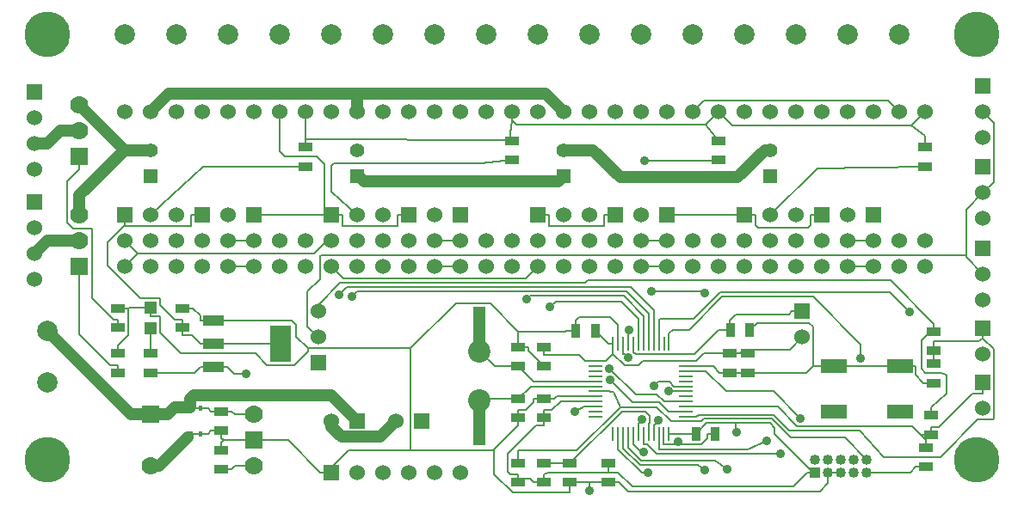
<source format=gtl>
G04 (created by PCBNEW-RS274X (2012-01-19 BZR 3256)-stable) date 29/09/2012 11:03:43*
G01*
G70*
G90*
%MOIN*%
G04 Gerber Fmt 3.4, Leading zero omitted, Abs format*
%FSLAX34Y34*%
G04 APERTURE LIST*
%ADD10C,0.006000*%
%ADD11C,0.070000*%
%ADD12R,0.070000X0.070000*%
%ADD13R,0.080000X0.144000*%
%ADD14R,0.080000X0.040000*%
%ADD15R,0.055000X0.035000*%
%ADD16R,0.060000X0.060000*%
%ADD17C,0.060000*%
%ADD18R,0.055000X0.010500*%
%ADD19R,0.010500X0.055000*%
%ADD20R,0.098400X0.055000*%
%ADD21R,0.035000X0.055000*%
%ADD22R,0.040000X0.040000*%
%ADD23C,0.040000*%
%ADD24C,0.086600*%
%ADD25R,0.047200X0.177200*%
%ADD26C,0.078700*%
%ADD27R,0.047200X0.047200*%
%ADD28C,0.177200*%
%ADD29R,0.015700X0.023600*%
%ADD30R,0.055000X0.055000*%
%ADD31C,0.055000*%
%ADD32C,0.035000*%
%ADD33C,0.045000*%
%ADD34C,0.015400*%
%ADD35C,0.008000*%
G04 APERTURE END LIST*
G54D10*
G54D11*
X02750Y14250D03*
X02750Y15250D03*
G54D12*
X02750Y13250D03*
G54D11*
X02750Y10000D03*
X02750Y11000D03*
G54D12*
X02750Y09000D03*
G54D13*
X10550Y06000D03*
G54D14*
X07950Y06000D03*
X07950Y05100D03*
X07950Y06900D03*
G54D15*
X04250Y07375D03*
X04250Y06625D03*
X35500Y12875D03*
X35500Y13625D03*
X35750Y03225D03*
X35750Y02475D03*
X35850Y06475D03*
X35850Y05725D03*
X19500Y13125D03*
X19500Y13875D03*
X11500Y12875D03*
X11500Y13625D03*
X19750Y05875D03*
X19750Y05125D03*
X04250Y05625D03*
X04250Y04875D03*
X05500Y04875D03*
X05500Y05625D03*
X27500Y13125D03*
X27500Y13875D03*
X08250Y01125D03*
X08250Y01875D03*
X08250Y03375D03*
X08250Y02625D03*
X19750Y03125D03*
X19750Y03875D03*
G54D16*
X04500Y11000D03*
G54D17*
X05500Y11000D03*
G54D16*
X07500Y11000D03*
G54D17*
X06500Y11000D03*
G54D16*
X09500Y11000D03*
G54D17*
X08500Y11000D03*
G54D16*
X12500Y11000D03*
G54D17*
X13500Y11000D03*
G54D16*
X15500Y11000D03*
G54D17*
X14500Y11000D03*
G54D16*
X17500Y11000D03*
G54D17*
X16500Y11000D03*
G54D16*
X20500Y11000D03*
G54D17*
X21500Y11000D03*
G54D16*
X23500Y11000D03*
G54D17*
X22500Y11000D03*
G54D16*
X25500Y11000D03*
G54D17*
X24500Y11000D03*
G54D16*
X28500Y11000D03*
G54D17*
X29500Y11000D03*
G54D16*
X33500Y11000D03*
G54D17*
X32500Y11000D03*
G54D16*
X31500Y11000D03*
G54D17*
X30500Y11000D03*
G54D16*
X12500Y01000D03*
G54D17*
X13500Y01000D03*
X14500Y01000D03*
X15500Y01000D03*
X16500Y01000D03*
X17500Y01000D03*
G54D11*
X09500Y03250D03*
G54D12*
X09500Y02250D03*
G54D11*
X09500Y01250D03*
G54D18*
X22750Y05334D03*
G54D19*
X23416Y02500D03*
G54D18*
X26250Y03166D03*
G54D19*
X25584Y06000D03*
G54D18*
X22750Y05137D03*
G54D19*
X23613Y02500D03*
G54D18*
X26250Y03363D03*
G54D19*
X25387Y06000D03*
G54D18*
X22750Y04940D03*
G54D19*
X23810Y02500D03*
G54D18*
X26250Y03560D03*
G54D19*
X25190Y06000D03*
G54D18*
X22750Y04743D03*
G54D19*
X24007Y02500D03*
G54D18*
X26250Y03757D03*
G54D19*
X24993Y06000D03*
G54D18*
X22750Y04546D03*
G54D19*
X24204Y02500D03*
G54D18*
X26250Y03954D03*
G54D19*
X24796Y06000D03*
G54D18*
X22750Y04349D03*
G54D19*
X24401Y02500D03*
G54D18*
X26250Y04151D03*
G54D19*
X24599Y06000D03*
G54D18*
X22750Y04152D03*
G54D19*
X24598Y02500D03*
G54D18*
X26250Y04348D03*
G54D19*
X24402Y06000D03*
G54D18*
X22750Y03955D03*
G54D19*
X24795Y02500D03*
G54D18*
X26250Y04545D03*
G54D19*
X24205Y06000D03*
G54D18*
X22750Y03758D03*
G54D19*
X24992Y02500D03*
G54D18*
X26250Y04742D03*
G54D19*
X24008Y06000D03*
G54D18*
X22750Y03561D03*
G54D19*
X25189Y02500D03*
G54D18*
X26250Y04939D03*
G54D19*
X23811Y06000D03*
G54D18*
X22750Y03364D03*
G54D19*
X25386Y02500D03*
G54D18*
X26250Y05136D03*
G54D19*
X23614Y06000D03*
G54D18*
X22750Y03167D03*
G54D19*
X25583Y02500D03*
G54D18*
X26250Y05333D03*
G54D19*
X23417Y06000D03*
G54D20*
X34529Y05136D03*
X34529Y03364D03*
X31970Y05136D03*
X31970Y03364D03*
G54D15*
X27950Y05625D03*
X27950Y04875D03*
G54D21*
X26625Y02500D03*
X27375Y02500D03*
G54D15*
X20750Y05875D03*
X20750Y05125D03*
X28650Y05625D03*
X28650Y04875D03*
X20750Y03125D03*
X20750Y03875D03*
G54D21*
X22725Y06500D03*
X21975Y06500D03*
G54D15*
X19750Y00625D03*
X19750Y01375D03*
G54D21*
X27965Y06520D03*
X28715Y06520D03*
G54D15*
X20750Y00625D03*
X20750Y01375D03*
X21750Y01375D03*
X21750Y00625D03*
G54D22*
X31250Y01000D03*
G54D23*
X31250Y01500D03*
X31750Y01000D03*
X31750Y01500D03*
X32250Y01000D03*
X32250Y01500D03*
X32750Y01000D03*
X32750Y01500D03*
X33250Y01000D03*
X33250Y01500D03*
G54D16*
X30750Y07250D03*
G54D17*
X30750Y06250D03*
G54D15*
X35850Y05225D03*
X35850Y04475D03*
X35550Y01975D03*
X35550Y01225D03*
G54D12*
X05500Y03250D03*
G54D11*
X05500Y01250D03*
G54D24*
X18250Y05715D03*
G54D25*
X18250Y02939D03*
X18250Y06561D03*
G54D24*
X18250Y03785D03*
G54D26*
X08500Y18000D03*
X10500Y18000D03*
X06500Y18000D03*
X04500Y18000D03*
X16500Y18000D03*
X18500Y18000D03*
X14500Y18000D03*
X12500Y18000D03*
X32500Y18000D03*
X34500Y18000D03*
X30500Y18000D03*
X28500Y18000D03*
X24500Y18000D03*
X26500Y18000D03*
X22500Y18000D03*
X20500Y18000D03*
X01500Y04500D03*
X01500Y06500D03*
G54D15*
X06750Y06625D03*
X06750Y07375D03*
G54D27*
X05500Y06587D03*
X05500Y07413D03*
G54D16*
X12000Y05250D03*
G54D17*
X12000Y06250D03*
X12000Y07250D03*
G54D16*
X01000Y15750D03*
G54D17*
X01000Y14750D03*
X01000Y13750D03*
X01000Y12750D03*
G54D16*
X01000Y11500D03*
G54D17*
X01000Y10500D03*
X01000Y09500D03*
X01000Y08500D03*
G54D16*
X37750Y09700D03*
G54D17*
X37750Y08700D03*
X37750Y07700D03*
G54D16*
X37750Y12850D03*
G54D17*
X37750Y11850D03*
X37750Y10850D03*
G54D16*
X37750Y16000D03*
G54D17*
X37750Y15000D03*
X37750Y14000D03*
G54D16*
X37750Y06600D03*
G54D17*
X37750Y05600D03*
G54D16*
X37750Y04500D03*
G54D17*
X37750Y03500D03*
G54D16*
X13500Y03000D03*
G54D17*
X12500Y03000D03*
G54D16*
X16000Y03000D03*
G54D17*
X15000Y03000D03*
G54D28*
X37500Y01500D03*
X37500Y18000D03*
X01500Y18000D03*
X01500Y01500D03*
G54D17*
X35500Y09000D03*
X34500Y09000D03*
X33500Y09000D03*
X32500Y09000D03*
X31500Y09000D03*
X30500Y09000D03*
X29500Y09000D03*
X28500Y09000D03*
X28500Y15000D03*
X29500Y15000D03*
X30500Y15000D03*
X31500Y15000D03*
X32500Y15000D03*
X33500Y15000D03*
X34500Y15000D03*
X35500Y15000D03*
X28500Y10000D03*
X29500Y10000D03*
X30500Y10000D03*
X31500Y10000D03*
X32500Y10000D03*
X33500Y10000D03*
X34500Y10000D03*
X35500Y10000D03*
X27500Y09000D03*
X26500Y09000D03*
X25500Y09000D03*
X24500Y09000D03*
X23500Y09000D03*
X22500Y09000D03*
X21500Y09000D03*
X20500Y09000D03*
X20500Y15000D03*
X21500Y15000D03*
X22500Y15000D03*
X23500Y15000D03*
X24500Y15000D03*
X25500Y15000D03*
X26500Y15000D03*
X27500Y15000D03*
X20500Y10000D03*
X21500Y10000D03*
X22500Y10000D03*
X23500Y10000D03*
X24500Y10000D03*
X25500Y10000D03*
X26500Y10000D03*
X27500Y10000D03*
X19500Y09000D03*
X18500Y09000D03*
X17500Y09000D03*
X16500Y09000D03*
X15500Y09000D03*
X14500Y09000D03*
X13500Y09000D03*
X12500Y09000D03*
X12500Y15000D03*
X13500Y15000D03*
X14500Y15000D03*
X15500Y15000D03*
X16500Y15000D03*
X17500Y15000D03*
X18500Y15000D03*
X19500Y15000D03*
X12500Y10000D03*
X13500Y10000D03*
X14500Y10000D03*
X15500Y10000D03*
X16500Y10000D03*
X17500Y10000D03*
X18500Y10000D03*
X19500Y10000D03*
X11500Y09000D03*
X10500Y09000D03*
X09500Y09000D03*
X08500Y09000D03*
X07500Y09000D03*
X06500Y09000D03*
X05500Y09000D03*
X04500Y09000D03*
X04500Y15000D03*
X05500Y15000D03*
X06500Y15000D03*
X07500Y15000D03*
X08500Y15000D03*
X09500Y15000D03*
X10500Y15000D03*
X11500Y15000D03*
X04500Y10000D03*
X05500Y10000D03*
X06500Y10000D03*
X07500Y10000D03*
X08500Y10000D03*
X09500Y10000D03*
X10500Y10000D03*
X11500Y10000D03*
G54D29*
X07073Y03500D03*
X07427Y03500D03*
X07073Y02500D03*
X07427Y02500D03*
G54D15*
X23250Y01375D03*
X23250Y00625D03*
G54D30*
X05500Y12500D03*
G54D31*
X05500Y13500D03*
G54D30*
X13500Y12500D03*
G54D31*
X13500Y13500D03*
G54D30*
X21500Y12500D03*
G54D31*
X21500Y13500D03*
G54D30*
X29500Y12500D03*
G54D31*
X29500Y13500D03*
G54D32*
X09219Y04829D03*
X33002Y05433D03*
X30663Y03108D03*
X29380Y02220D03*
X13313Y07834D03*
X20976Y07421D03*
X23998Y05461D03*
X23295Y04608D03*
X23283Y05047D03*
X22500Y00310D03*
X25944Y02202D03*
X24650Y13100D03*
X24780Y00990D03*
X24995Y04355D03*
X25553Y04151D03*
X27840Y01140D03*
X24608Y01801D03*
X26970Y01110D03*
X25186Y03036D03*
X24900Y08020D03*
X26960Y07950D03*
X21930Y03380D03*
X12814Y07901D03*
X20060Y07719D03*
X24035Y06535D03*
X28190Y02550D03*
X24533Y03060D03*
X29900Y01730D03*
X34894Y07246D03*
G54D33*
X13500Y12500D02*
X13583Y12500D01*
X07040Y03871D02*
X07040Y03537D01*
X13783Y12300D02*
X13583Y12500D01*
X04750Y03250D02*
X05500Y03250D01*
X01500Y06500D02*
X04750Y03250D01*
X07036Y03537D02*
X07040Y03537D01*
X21309Y12300D02*
X21500Y12500D01*
X07040Y03537D02*
X07040Y03533D01*
G54D34*
X07040Y03533D02*
X07073Y03500D01*
G54D35*
X07427Y03500D02*
X07073Y03500D01*
G54D33*
X06445Y03537D02*
X06158Y03250D01*
X07036Y03537D02*
X06445Y03537D01*
X12499Y04001D02*
X07170Y04001D01*
X13500Y03000D02*
X12499Y04001D01*
X13783Y12300D02*
X21309Y12300D01*
X07170Y04001D02*
X07040Y03871D01*
X05658Y03250D02*
X06158Y03250D01*
X05658Y03250D02*
X05500Y03250D01*
G54D35*
X09500Y03250D02*
X08773Y03250D01*
X08250Y03375D02*
X07852Y03375D01*
X08773Y03250D02*
X08648Y03375D01*
X07427Y03500D02*
X07727Y03500D01*
X07727Y03500D02*
X07852Y03375D01*
X08250Y03375D02*
X08648Y03375D01*
X35850Y06475D02*
X35850Y06624D01*
X12000Y07510D02*
X12000Y07250D01*
X12844Y08354D02*
X12000Y07510D01*
X35850Y06624D02*
X35850Y06773D01*
X22333Y08354D02*
X12844Y08354D01*
X34159Y08464D02*
X22443Y08464D01*
X36330Y04062D02*
X35750Y03523D01*
X36330Y04792D02*
X36330Y04062D01*
X35850Y06624D02*
X35360Y06134D01*
X35750Y03225D02*
X35750Y03523D01*
X35497Y04860D02*
X36107Y04860D01*
X36107Y04860D02*
X36330Y04792D01*
X35360Y05031D02*
X35497Y04860D01*
X35850Y06773D02*
X34159Y08464D01*
X35360Y06134D02*
X35360Y05031D01*
X22443Y08464D02*
X22333Y08354D01*
X08773Y01250D02*
X08648Y01125D01*
X07202Y04875D02*
X07427Y05100D01*
X05500Y04875D02*
X07202Y04875D01*
X08473Y05100D02*
X08744Y04829D01*
X08744Y04829D02*
X09219Y04829D01*
X07689Y05100D02*
X07427Y05100D01*
X07950Y05100D02*
X08473Y05100D01*
X07689Y05100D02*
X07950Y05100D01*
X08250Y01125D02*
X08648Y01125D01*
X09500Y01250D02*
X08773Y01250D01*
X27940Y06545D02*
X27940Y06910D01*
X27490Y06520D02*
X27965Y06520D01*
X27940Y06910D02*
X28170Y07140D01*
X30330Y07250D02*
X30327Y07250D01*
X30750Y07250D02*
X30330Y07250D01*
X25916Y05589D02*
X26559Y05589D01*
X27965Y06520D02*
X27940Y06545D01*
X30220Y07140D02*
X30330Y07250D01*
X28170Y07140D02*
X30220Y07140D01*
X24205Y06000D02*
X24205Y05676D01*
X24292Y05589D02*
X24205Y05676D01*
X26559Y05589D02*
X27490Y06520D01*
X25916Y05589D02*
X24292Y05589D01*
X24795Y02898D02*
X24846Y02949D01*
X24846Y03191D02*
X24656Y03381D01*
X24846Y02949D02*
X24846Y03191D01*
X24795Y02500D02*
X24795Y02898D01*
X24656Y03381D02*
X23756Y03381D01*
X20750Y01375D02*
X21148Y01375D01*
X21750Y01375D02*
X21148Y01375D01*
X23756Y03381D02*
X21750Y01375D01*
X25584Y06398D02*
X25584Y06000D01*
X25740Y06540D02*
X25584Y06384D01*
X31157Y07826D02*
X31153Y07830D01*
X31157Y07826D02*
X27646Y07826D01*
X27646Y07826D02*
X26360Y06540D01*
X25584Y06384D02*
X25584Y06398D01*
X33002Y05981D02*
X31157Y07826D01*
X26360Y06540D02*
X25740Y06540D01*
X33002Y05433D02*
X33002Y05981D01*
X27790Y04150D02*
X27001Y04939D01*
X27001Y04939D02*
X26250Y04939D01*
X29621Y04150D02*
X27790Y04150D01*
X30663Y03108D02*
X29621Y04150D01*
X26851Y02987D02*
X25670Y02987D01*
X23688Y03545D02*
X21993Y01850D01*
X22750Y04152D02*
X23148Y04152D01*
X19750Y01375D02*
X19750Y01850D01*
X23688Y03545D02*
X23422Y04128D01*
X25670Y02987D02*
X25112Y03545D01*
X29565Y03084D02*
X26948Y03084D01*
X32392Y02358D02*
X30291Y02358D01*
X30291Y02358D02*
X29565Y03084D01*
X21993Y01850D02*
X19750Y01850D01*
X23422Y04128D02*
X23148Y04152D01*
X26948Y03084D02*
X26851Y02987D01*
X25112Y03545D02*
X23688Y03545D01*
X33250Y01500D02*
X32392Y02358D01*
X25210Y01897D02*
X25189Y01918D01*
X25189Y01918D02*
X25189Y02500D01*
X28647Y01897D02*
X25210Y01897D01*
X29380Y02220D02*
X28647Y01897D01*
X13507Y08028D02*
X13313Y07834D01*
X24796Y06398D02*
X24796Y07169D01*
X24796Y07169D02*
X23937Y08028D01*
X22469Y08028D02*
X22469Y08028D01*
X23937Y08028D02*
X22469Y08028D01*
X24796Y06000D02*
X24796Y06398D01*
X22469Y08028D02*
X13507Y08028D01*
X21204Y07640D02*
X20976Y07421D01*
X22598Y07640D02*
X21204Y07640D01*
X24402Y06000D02*
X24401Y06970D01*
X22801Y07640D02*
X22598Y07640D01*
X23731Y07640D02*
X22801Y07640D01*
X24401Y06970D02*
X23731Y07640D01*
X23857Y05602D02*
X23811Y05602D01*
X23998Y05461D02*
X23857Y05602D01*
X23811Y06000D02*
X23811Y05602D01*
X02750Y09000D02*
X02750Y06375D01*
X02750Y06375D02*
X03952Y05173D01*
X25556Y03363D02*
X25189Y03730D01*
X03952Y05173D02*
X04250Y05173D01*
X04250Y04875D02*
X04250Y05173D01*
X24173Y03730D02*
X23295Y04608D01*
X25189Y03730D02*
X24173Y03730D01*
X26250Y03363D02*
X25556Y03363D01*
X02490Y10478D02*
X02276Y10692D01*
X25852Y03757D02*
X25393Y03757D01*
X03202Y10478D02*
X02490Y10478D01*
X25117Y04033D02*
X24297Y04033D01*
X02750Y13250D02*
X02750Y12777D01*
X03224Y07761D02*
X03224Y10456D01*
X04250Y06625D02*
X04250Y06923D01*
X02276Y10692D02*
X02276Y12303D01*
X02276Y12303D02*
X02750Y12777D01*
X24297Y04033D02*
X23283Y05047D01*
X04062Y06923D02*
X03224Y07761D01*
X03224Y10456D02*
X03202Y10478D01*
X26250Y03757D02*
X25852Y03757D01*
X25393Y03757D02*
X25117Y04033D01*
X04250Y06923D02*
X04062Y06923D01*
X04250Y07375D02*
X04607Y07375D01*
X19750Y06477D02*
X19750Y05875D01*
X22750Y03955D02*
X21228Y03955D01*
X31173Y06652D02*
X31016Y06809D01*
X21228Y03955D02*
X21148Y03875D01*
X07950Y06900D02*
X07427Y06900D01*
X10827Y02250D02*
X12077Y01000D01*
X31016Y06809D02*
X29364Y06809D01*
X35850Y04475D02*
X35452Y04475D01*
X10016Y05156D02*
X09553Y05619D01*
X31173Y05136D02*
X31173Y06652D01*
X06656Y05619D02*
X05859Y06416D01*
X08250Y02625D02*
X08250Y02327D01*
X34529Y05136D02*
X35144Y05136D01*
X19673Y14500D02*
X19500Y14673D01*
X28031Y14469D02*
X27500Y15000D01*
X33250Y01000D02*
X34927Y01000D01*
X08051Y02625D02*
X08250Y02625D01*
X15575Y01873D02*
X18807Y01873D01*
X05500Y07413D02*
X04686Y07413D01*
X09500Y02250D02*
X09068Y02250D01*
X21975Y06915D02*
X21975Y06500D01*
X34969Y14469D02*
X28031Y14469D01*
X35500Y13625D02*
X35500Y13625D01*
X20352Y03727D02*
X20048Y03423D01*
X12289Y01000D02*
X13162Y01873D01*
X19400Y13900D02*
X19500Y13875D01*
X34969Y14469D02*
X35500Y14050D01*
X18807Y01873D02*
X18807Y01884D01*
X19520Y00230D02*
X18807Y00943D01*
X22500Y00625D02*
X22500Y00630D01*
X27000Y14500D02*
X27000Y14500D01*
X07427Y02500D02*
X07727Y02500D01*
X22100Y07040D02*
X21975Y06915D01*
X32585Y05136D02*
X32585Y05135D01*
X31750Y00586D02*
X31750Y01000D01*
X08250Y01875D02*
X08250Y02173D01*
X18656Y07571D02*
X19750Y06477D01*
X26851Y02102D02*
X27077Y02328D01*
X19750Y05875D02*
X20148Y05875D01*
X25944Y02102D02*
X26851Y02102D01*
X23648Y00625D02*
X24013Y00260D01*
X05500Y07413D02*
X05500Y07054D01*
X11143Y06276D02*
X11143Y06720D01*
X08051Y02625D02*
X07852Y02625D01*
X11143Y06720D02*
X10963Y06900D01*
X24013Y00260D02*
X31424Y00260D01*
X31424Y00260D02*
X31750Y00586D01*
X25944Y02202D02*
X25944Y02102D01*
X09553Y05619D02*
X06656Y05619D01*
X06750Y07375D02*
X07148Y07375D01*
X27077Y02328D02*
X27077Y02500D01*
X05837Y07054D02*
X05500Y07054D01*
X20148Y05875D02*
X20148Y05727D01*
X25386Y02500D02*
X25386Y02102D01*
X07427Y06900D02*
X07427Y07096D01*
X32585Y05135D02*
X33914Y05135D01*
X18807Y00943D02*
X18807Y01873D01*
X33914Y05135D02*
X33914Y05136D01*
X35500Y14050D02*
X35500Y13625D01*
X12289Y01000D02*
X12077Y01000D01*
X27291Y05136D02*
X26250Y05136D01*
X19500Y13875D02*
X19500Y13875D01*
X29364Y06809D02*
X29004Y06809D01*
X28650Y04875D02*
X29048Y04875D01*
X08327Y02250D02*
X08250Y02173D01*
X18807Y01884D02*
X19750Y02827D01*
X21750Y00230D02*
X19520Y00230D01*
X04686Y07413D02*
X04648Y07375D01*
X35500Y15000D02*
X34969Y14469D01*
X19750Y03125D02*
X19750Y02827D01*
X22500Y00310D02*
X22500Y00625D01*
X29048Y04875D02*
X30912Y04875D01*
X12500Y01000D02*
X12289Y01000D01*
X35144Y05136D02*
X35144Y04783D01*
X34529Y05136D02*
X33914Y05136D01*
X15575Y05821D02*
X11598Y05821D01*
X31970Y05136D02*
X32585Y05136D01*
X27552Y04875D02*
X27291Y05136D01*
X05859Y07032D02*
X05837Y07054D01*
X22500Y00630D02*
X22500Y00625D01*
X20551Y03875D02*
X20750Y03875D01*
X10963Y06900D02*
X07950Y06900D01*
X28650Y04875D02*
X27950Y04875D01*
X04648Y06321D02*
X04250Y05923D01*
X23250Y00625D02*
X23648Y00625D01*
X07427Y07096D02*
X07148Y07375D01*
X04607Y07375D02*
X04648Y07375D01*
X29004Y06809D02*
X28715Y06520D01*
X04648Y07375D02*
X04648Y06321D01*
X11598Y05821D02*
X11143Y06276D01*
X19500Y14673D02*
X19400Y13900D01*
X21750Y00625D02*
X21750Y00230D01*
X21577Y06500D02*
X21554Y06477D01*
X23614Y06736D02*
X23310Y07040D01*
X11500Y13923D02*
X11500Y13625D01*
X09500Y02250D02*
X10827Y02250D01*
X31173Y05136D02*
X31970Y05136D01*
X21554Y06477D02*
X19750Y06477D01*
X23614Y06000D02*
X23614Y06620D01*
X23310Y07040D02*
X22100Y07040D01*
X23051Y00625D02*
X22852Y00625D01*
X04250Y05625D02*
X04250Y05923D01*
X21850Y00625D02*
X21750Y00625D01*
X27000Y14500D02*
X27500Y15000D01*
X27500Y13875D02*
X27000Y14500D01*
X11598Y05821D02*
X11598Y05684D01*
X21850Y00625D02*
X21949Y00625D01*
X23614Y06620D02*
X23614Y06736D01*
X21975Y06500D02*
X21577Y06500D01*
X11500Y13923D02*
X19400Y13900D01*
X22500Y00625D02*
X22852Y00625D01*
X21949Y00625D02*
X22500Y00625D01*
X31750Y01000D02*
X32250Y01000D01*
X20750Y03875D02*
X21148Y03875D01*
X20551Y03875D02*
X20352Y03875D01*
X05859Y06416D02*
X05859Y07032D01*
X34927Y01000D02*
X35152Y01225D01*
X09068Y02250D02*
X08327Y02250D01*
X15575Y05821D02*
X17325Y07571D01*
X27950Y04875D02*
X27552Y04875D01*
X17325Y07571D02*
X18656Y07571D01*
X25386Y02102D02*
X25944Y02102D01*
X15575Y01873D02*
X15575Y05821D01*
X20048Y03423D02*
X19750Y03423D01*
X35550Y01225D02*
X35152Y01225D01*
X11070Y05156D02*
X10016Y05156D01*
X19750Y03125D02*
X19750Y03423D01*
X23051Y00625D02*
X23250Y00625D01*
X27375Y02500D02*
X27077Y02500D01*
X30912Y04875D02*
X31173Y05136D01*
X11500Y15000D02*
X11500Y13923D01*
X07727Y02500D02*
X07852Y02625D01*
X27000Y14500D02*
X19673Y14500D01*
X35144Y04783D02*
X35452Y04475D01*
X19500Y15000D02*
X19500Y14673D01*
X20352Y03875D02*
X20352Y03727D01*
X08250Y02327D02*
X08327Y02250D01*
X13162Y01873D02*
X15575Y01873D01*
X11598Y05684D02*
X11070Y05156D01*
X20148Y05727D02*
X20750Y05125D01*
G54D34*
X06933Y02360D02*
X07073Y02500D01*
G54D33*
X05500Y13500D02*
X04500Y13500D01*
X28250Y12450D02*
X29300Y13500D01*
X20808Y15692D02*
X13500Y15692D01*
X15000Y03000D02*
X14391Y02391D01*
X14391Y02391D02*
X12891Y02391D01*
X29300Y13500D02*
X29500Y13500D01*
X22650Y13500D02*
X23700Y12450D01*
X04500Y13500D02*
X02750Y15250D01*
X23700Y12450D02*
X28250Y12450D01*
X02750Y11000D02*
X02750Y11750D01*
X05500Y01250D02*
X05823Y01250D01*
X21500Y13500D02*
X22650Y13500D01*
X13500Y15000D02*
X13500Y15692D01*
X05823Y01250D02*
X06933Y02360D01*
G54D35*
X07427Y02500D02*
X07073Y02500D01*
G54D33*
X12891Y02391D02*
X12500Y02782D01*
X21500Y15000D02*
X20808Y15692D01*
X06192Y15692D02*
X05500Y15000D01*
X13500Y15692D02*
X06192Y15692D01*
X12500Y02782D02*
X12500Y03000D01*
X02750Y11750D02*
X04500Y13500D01*
G54D35*
X11500Y12875D02*
X07550Y12850D01*
X07550Y12850D02*
X05500Y11000D01*
X08500Y09000D02*
X09500Y09000D01*
X09500Y10000D02*
X08500Y10000D01*
X12618Y13000D02*
X18315Y13000D01*
X19500Y13125D02*
X19500Y13125D01*
X12500Y12890D02*
X12618Y13000D01*
X18315Y13000D02*
X19500Y13125D01*
X13500Y11000D02*
X12500Y11904D01*
X12500Y11904D02*
X12500Y12890D01*
X17500Y10000D02*
X16500Y10000D01*
X16500Y09000D02*
X17500Y09000D01*
X27325Y13100D02*
X27500Y13125D01*
X24650Y13100D02*
X27325Y13100D01*
X27500Y13125D02*
X27500Y13125D01*
X25500Y10000D02*
X24500Y10000D01*
X24500Y09000D02*
X25500Y09000D01*
X32500Y09000D02*
X33500Y09000D01*
X33500Y10000D02*
X32500Y10000D01*
X35500Y12875D02*
X31350Y12807D01*
X31350Y12807D02*
X29500Y11000D01*
X05500Y06587D02*
X05500Y05625D01*
X38174Y12274D02*
X37750Y11850D01*
X38174Y14576D02*
X38174Y12274D01*
X37750Y15000D02*
X38174Y14576D01*
X37750Y11850D02*
X37100Y11200D01*
X12066Y08515D02*
X12066Y09407D01*
X11573Y08022D02*
X12066Y08515D01*
X12000Y06250D02*
X11573Y06677D01*
X12066Y09407D02*
X12088Y09429D01*
X37100Y11200D02*
X37100Y09429D01*
X37100Y09429D02*
X37100Y09350D01*
X37100Y09350D02*
X37750Y08700D01*
X11573Y06677D02*
X11573Y08022D01*
X12088Y09429D02*
X37100Y09429D01*
G54D33*
X01000Y13750D02*
X01500Y13750D01*
X02000Y14250D02*
X02750Y14250D01*
X01500Y13750D02*
X02000Y14250D01*
X02750Y10000D02*
X01500Y10000D01*
X01500Y10000D02*
X01000Y09500D01*
G54D35*
X18250Y05715D02*
X18250Y06561D01*
X19750Y05125D02*
X18840Y05125D01*
X20329Y04546D02*
X19750Y05125D01*
X18840Y05125D02*
X18250Y05715D01*
X22750Y04546D02*
X20329Y04546D01*
X20224Y04349D02*
X22750Y04349D01*
X19750Y03875D02*
X20224Y04349D01*
X19750Y03875D02*
X18340Y03875D01*
X18340Y03875D02*
X18250Y03785D01*
X18250Y03785D02*
X18250Y02939D01*
X24520Y00990D02*
X24780Y00990D01*
X23613Y01895D02*
X24520Y00990D01*
X23613Y02500D02*
X23613Y01895D01*
X25176Y04536D02*
X24995Y04355D01*
X25590Y04536D02*
X25176Y04536D01*
X26250Y04348D02*
X25778Y04348D01*
X25778Y04348D02*
X25590Y04536D01*
X26250Y04151D02*
X25553Y04151D01*
X24007Y01981D02*
X24507Y01481D01*
X24007Y02500D02*
X24007Y02102D01*
X24507Y01481D02*
X27380Y01481D01*
X24007Y02102D02*
X24007Y01981D01*
X27380Y01481D02*
X27840Y01140D01*
X24608Y01801D02*
X24505Y01801D01*
X24505Y01801D02*
X24204Y02102D01*
X24204Y02102D02*
X24204Y02500D01*
X23810Y02500D02*
X23810Y02102D01*
X26970Y01110D02*
X26700Y01291D01*
X26700Y01291D02*
X24465Y01291D01*
X23810Y01946D02*
X23810Y02102D01*
X24465Y01291D02*
X23810Y01946D01*
X24992Y02842D02*
X24992Y02500D01*
X25186Y03036D02*
X24992Y02842D01*
X22306Y03561D02*
X21930Y03380D01*
X26960Y07950D02*
X26890Y08020D01*
X04500Y09000D02*
X05000Y09500D01*
X05000Y09500D02*
X11831Y09500D01*
X12500Y09000D02*
X12959Y08541D01*
X22750Y03561D02*
X22306Y03561D01*
X12331Y10000D02*
X12500Y10000D01*
X11831Y09500D02*
X12331Y10000D01*
X12959Y08541D02*
X20041Y08541D01*
X04500Y10000D02*
X05000Y09500D01*
X20041Y08541D02*
X20500Y09000D01*
X26890Y08020D02*
X24900Y08020D01*
X24993Y06000D02*
X24993Y07311D01*
X24113Y08191D02*
X22401Y08191D01*
X22401Y08191D02*
X22401Y08191D01*
X13104Y08191D02*
X12814Y07901D01*
X22401Y08191D02*
X13104Y08191D01*
X24993Y07311D02*
X24113Y08191D01*
X23830Y07850D02*
X22522Y07850D01*
X22522Y07850D02*
X22525Y07853D01*
X24599Y06000D02*
X24600Y07054D01*
X24600Y07054D02*
X23830Y07850D01*
X22525Y07853D02*
X20194Y07853D01*
X20194Y07853D02*
X20060Y07719D01*
X24008Y06508D02*
X24035Y06535D01*
X24008Y06398D02*
X24008Y06508D01*
X24008Y06000D02*
X24008Y06398D01*
X29633Y03247D02*
X26729Y03247D01*
X35850Y05725D02*
X35850Y06100D01*
X37750Y06212D02*
X38173Y05789D01*
X36119Y01590D02*
X33896Y01590D01*
X26729Y03247D02*
X26648Y03166D01*
X38173Y05789D02*
X38173Y03088D01*
X37540Y03067D02*
X36119Y01590D01*
X38173Y03088D02*
X38152Y03067D01*
X37750Y06212D02*
X37561Y06100D01*
X32955Y02647D02*
X30233Y02647D01*
X38152Y03067D02*
X37540Y03067D01*
X35850Y05725D02*
X35850Y05225D01*
X26250Y03166D02*
X26648Y03166D01*
X37561Y06100D02*
X35850Y06100D01*
X30233Y02647D02*
X29633Y03247D01*
X37750Y06600D02*
X37750Y06212D01*
X33896Y01590D02*
X32955Y02647D01*
X37750Y04500D02*
X37750Y04077D01*
X37352Y04077D02*
X36048Y02773D01*
X26250Y03560D02*
X26648Y03560D01*
X29790Y03560D02*
X30540Y02810D01*
X35750Y02475D02*
X35352Y02475D01*
X30540Y02810D02*
X35017Y02810D01*
X26648Y03560D02*
X29790Y03560D01*
X35017Y02810D02*
X35352Y02475D01*
X35550Y01975D02*
X35550Y02273D01*
X36048Y02773D02*
X35750Y02773D01*
X35352Y02475D02*
X35352Y02471D01*
X35352Y02471D02*
X35550Y02273D01*
X37750Y04077D02*
X37352Y04077D01*
X35750Y02475D02*
X35750Y02773D01*
X26069Y00470D02*
X26059Y00460D01*
X20750Y03125D02*
X20750Y02827D01*
X21048Y03423D02*
X20750Y03423D01*
X20452Y02827D02*
X19351Y01726D01*
X20750Y02827D02*
X20452Y02827D01*
X23250Y01375D02*
X23250Y01118D01*
X20750Y03125D02*
X20750Y03423D01*
X28490Y00470D02*
X30397Y00470D01*
X23417Y05978D02*
X23417Y06000D01*
X23417Y05602D02*
X23149Y05334D01*
X31500Y11000D02*
X31077Y11000D01*
X27046Y02921D02*
X26625Y02500D01*
X26449Y05333D02*
X26250Y05333D01*
X28160Y02921D02*
X27046Y02921D01*
X30274Y05774D02*
X28650Y05774D01*
X24165Y00460D02*
X23602Y00998D01*
X31167Y01000D02*
X30927Y01000D01*
X26327Y02500D02*
X25583Y02500D01*
X19750Y00774D02*
X19750Y00923D01*
X06452Y06923D02*
X06750Y06923D01*
X26625Y02500D02*
X26327Y02500D01*
X30978Y10500D02*
X31077Y10599D01*
X19750Y00774D02*
X20203Y00774D01*
X06750Y06625D02*
X06750Y06923D01*
X31167Y01000D02*
X29671Y02496D01*
X30397Y00470D02*
X30927Y01000D01*
X29671Y02496D02*
X29671Y02747D01*
X29671Y02747D02*
X29497Y02921D01*
X29022Y10500D02*
X30978Y10500D01*
X03832Y09944D02*
X03832Y09048D01*
X23149Y05334D02*
X23148Y05334D01*
X31077Y10599D02*
X31077Y11000D01*
X04500Y11000D02*
X04500Y10612D01*
X04535Y10577D02*
X04500Y10612D01*
X28923Y10599D02*
X29022Y10500D01*
X05860Y07758D02*
X05860Y07515D01*
X05100Y07780D02*
X05838Y07780D01*
X05860Y07515D02*
X06452Y06923D01*
X26069Y00470D02*
X28490Y00470D01*
X27950Y05625D02*
X28348Y05625D01*
X23417Y05978D02*
X23417Y05602D01*
X24408Y05156D02*
X23863Y05156D01*
X28923Y11000D02*
X28923Y10599D01*
X26250Y05333D02*
X24585Y05333D01*
X25500Y11000D02*
X28500Y11000D01*
X20893Y00990D02*
X20750Y00923D01*
X23863Y05156D02*
X23417Y05602D01*
X04500Y10612D02*
X03832Y09944D01*
X26449Y05333D02*
X26648Y05333D01*
X07055Y10577D02*
X04535Y10577D01*
X23240Y00990D02*
X20893Y00990D01*
X24585Y05333D02*
X24408Y05156D01*
X19750Y00625D02*
X19750Y00774D01*
X20203Y00774D02*
X20352Y00625D01*
X20750Y00625D02*
X20352Y00625D01*
X20750Y00625D02*
X20750Y00923D01*
X29497Y02921D02*
X28160Y02921D01*
X31250Y01000D02*
X31167Y01000D01*
X22750Y03758D02*
X22738Y03770D01*
X05838Y07780D02*
X05860Y07758D01*
X07500Y11000D02*
X07077Y11000D01*
X03832Y09048D02*
X05100Y07780D01*
X28650Y05774D02*
X28497Y05774D01*
X26059Y00460D02*
X24165Y00460D01*
X21395Y03770D02*
X21048Y03423D01*
X07077Y11000D02*
X07077Y10599D01*
X20750Y05577D02*
X22109Y05577D01*
X22738Y03770D02*
X21395Y03770D01*
X23250Y01118D02*
X23240Y00990D01*
X19351Y01726D02*
X19351Y01024D01*
X19452Y00923D02*
X19750Y00923D01*
X23602Y00998D02*
X23240Y00990D01*
X07077Y10599D02*
X07055Y10577D01*
X19351Y01024D02*
X19452Y00923D01*
X07950Y06000D02*
X07427Y06000D01*
X28500Y11000D02*
X28923Y11000D01*
X30750Y06250D02*
X30274Y05774D01*
X15077Y10599D02*
X15077Y11000D01*
X26940Y05625D02*
X26648Y05333D01*
X09923Y11000D02*
X09923Y11000D01*
X06750Y06625D02*
X06750Y06327D01*
X22551Y05334D02*
X22750Y05334D01*
X15500Y11000D02*
X15077Y11000D01*
X34500Y15000D02*
X34061Y15439D01*
X20750Y05875D02*
X20750Y05577D01*
X26939Y15439D02*
X26500Y15000D01*
X23417Y06000D02*
X23225Y06000D01*
X28160Y02580D02*
X28160Y02921D01*
X12250Y11250D02*
X12500Y11000D01*
X12250Y12950D02*
X12250Y11250D01*
X11950Y13250D02*
X12250Y12950D01*
X10700Y13250D02*
X11950Y13250D01*
X10500Y13450D02*
X10700Y13250D01*
X12500Y11000D02*
X09923Y11000D01*
X23055Y10577D02*
X23077Y10599D01*
X23225Y06000D02*
X22725Y06500D01*
X20945Y10577D02*
X23055Y10577D01*
X28190Y02550D02*
X28160Y02580D01*
X23500Y11000D02*
X23077Y11000D01*
X10500Y15000D02*
X10500Y13450D01*
X28650Y05625D02*
X28650Y05774D01*
X22750Y05334D02*
X23148Y05334D01*
X08473Y06000D02*
X10550Y06000D01*
X20923Y10599D02*
X20945Y10577D01*
X22551Y05334D02*
X22352Y05334D01*
X07950Y06000D02*
X08473Y06000D01*
X27950Y05625D02*
X26940Y05625D01*
X28497Y05774D02*
X28348Y05625D01*
X07100Y06327D02*
X07427Y06000D01*
X06750Y06327D02*
X07100Y06327D01*
X20923Y11000D02*
X20923Y10599D01*
X12923Y10599D02*
X12945Y10577D01*
X23077Y10599D02*
X23077Y11000D01*
X12500Y11000D02*
X12923Y11000D01*
X22109Y05577D02*
X22352Y05334D01*
X34061Y15439D02*
X26939Y15439D01*
X15055Y10577D02*
X15077Y10599D01*
X12945Y10577D02*
X15055Y10577D01*
X12923Y11000D02*
X12923Y10599D01*
X20500Y11000D02*
X20923Y11000D01*
X09500Y11000D02*
X09923Y11000D01*
X24401Y02500D02*
X24401Y02898D01*
X24533Y03030D02*
X24533Y03060D01*
X24401Y02898D02*
X24533Y03030D01*
X29900Y01730D02*
X28929Y01725D01*
X28929Y01725D02*
X25087Y01725D01*
X25087Y01725D02*
X24730Y02102D01*
X24730Y02102D02*
X24598Y02102D01*
X24598Y02500D02*
X24598Y02102D01*
X25190Y06000D02*
X25190Y06930D01*
X34130Y08010D02*
X27560Y08010D01*
X34145Y07995D02*
X34130Y08010D01*
X34894Y07246D02*
X34145Y07995D01*
X26530Y06980D02*
X25240Y06980D01*
X27560Y08010D02*
X26530Y06980D01*
X25190Y06930D02*
X25240Y06980D01*
M02*

</source>
